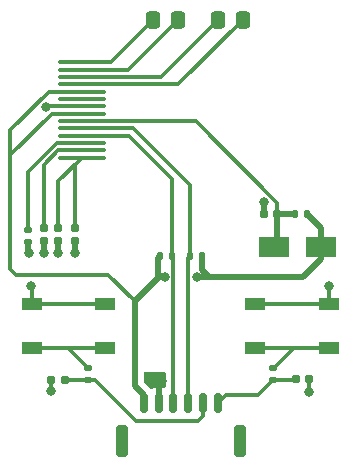
<source format=gbr>
%TF.GenerationSoftware,KiCad,Pcbnew,6.0.10-86aedd382b~118~ubuntu22.04.1*%
%TF.CreationDate,2023-02-07T20:01:53+01:00*%
%TF.ProjectId,ioBoard,696f426f-6172-4642-9e6b-696361645f70,rev?*%
%TF.SameCoordinates,Original*%
%TF.FileFunction,Copper,L1,Top*%
%TF.FilePolarity,Positive*%
%FSLAX46Y46*%
G04 Gerber Fmt 4.6, Leading zero omitted, Abs format (unit mm)*
G04 Created by KiCad (PCBNEW 6.0.10-86aedd382b~118~ubuntu22.04.1) date 2023-02-07 20:01:53*
%MOMM*%
%LPD*%
G01*
G04 APERTURE LIST*
G04 Aperture macros list*
%AMRoundRect*
0 Rectangle with rounded corners*
0 $1 Rounding radius*
0 $2 $3 $4 $5 $6 $7 $8 $9 X,Y pos of 4 corners*
0 Add a 4 corners polygon primitive as box body*
4,1,4,$2,$3,$4,$5,$6,$7,$8,$9,$2,$3,0*
0 Add four circle primitives for the rounded corners*
1,1,$1+$1,$2,$3*
1,1,$1+$1,$4,$5*
1,1,$1+$1,$6,$7*
1,1,$1+$1,$8,$9*
0 Add four rect primitives between the rounded corners*
20,1,$1+$1,$2,$3,$4,$5,0*
20,1,$1+$1,$4,$5,$6,$7,0*
20,1,$1+$1,$6,$7,$8,$9,0*
20,1,$1+$1,$8,$9,$2,$3,0*%
G04 Aperture macros list end*
%TA.AperFunction,SMDPad,CuDef*%
%ADD10RoundRect,0.150000X-0.150000X-0.700000X0.150000X-0.700000X0.150000X0.700000X-0.150000X0.700000X0*%
%TD*%
%TA.AperFunction,SMDPad,CuDef*%
%ADD11RoundRect,0.250000X-0.250000X-1.100000X0.250000X-1.100000X0.250000X1.100000X-0.250000X1.100000X0*%
%TD*%
%TA.AperFunction,SMDPad,CuDef*%
%ADD12RoundRect,0.155000X0.212500X0.155000X-0.212500X0.155000X-0.212500X-0.155000X0.212500X-0.155000X0*%
%TD*%
%TA.AperFunction,SMDPad,CuDef*%
%ADD13RoundRect,0.250000X-0.337500X-0.475000X0.337500X-0.475000X0.337500X0.475000X-0.337500X0.475000X0*%
%TD*%
%TA.AperFunction,SMDPad,CuDef*%
%ADD14RoundRect,0.135000X-0.185000X0.135000X-0.185000X-0.135000X0.185000X-0.135000X0.185000X0.135000X0*%
%TD*%
%TA.AperFunction,SMDPad,CuDef*%
%ADD15R,2.500000X1.800000*%
%TD*%
%TA.AperFunction,SMDPad,CuDef*%
%ADD16RoundRect,0.155000X-0.155000X0.212500X-0.155000X-0.212500X0.155000X-0.212500X0.155000X0.212500X0*%
%TD*%
%TA.AperFunction,SMDPad,CuDef*%
%ADD17RoundRect,0.135000X-0.135000X-0.185000X0.135000X-0.185000X0.135000X0.185000X-0.135000X0.185000X0*%
%TD*%
%TA.AperFunction,SMDPad,CuDef*%
%ADD18RoundRect,0.155000X-0.212500X-0.155000X0.212500X-0.155000X0.212500X0.155000X-0.212500X0.155000X0*%
%TD*%
%TA.AperFunction,SMDPad,CuDef*%
%ADD19R,1.800000X1.100000*%
%TD*%
%TA.AperFunction,SMDPad,CuDef*%
%ADD20RoundRect,0.087500X-1.912500X-0.087500X1.912500X-0.087500X1.912500X0.087500X-1.912500X0.087500X0*%
%TD*%
%TA.AperFunction,SMDPad,CuDef*%
%ADD21RoundRect,0.135000X0.135000X0.185000X-0.135000X0.185000X-0.135000X-0.185000X0.135000X-0.185000X0*%
%TD*%
%TA.AperFunction,ViaPad*%
%ADD22C,0.800000*%
%TD*%
%TA.AperFunction,Conductor*%
%ADD23C,0.300000*%
%TD*%
%TA.AperFunction,Conductor*%
%ADD24C,0.500000*%
%TD*%
G04 APERTURE END LIST*
D10*
%TO.P,J1,1,Pin_1*%
%TO.N,+3.3V*%
X94385600Y-116768000D03*
%TO.P,J1,2,Pin_2*%
%TO.N,GND*%
X95635600Y-116768000D03*
%TO.P,J1,3,Pin_3*%
%TO.N,/SDA*%
X96885600Y-116768000D03*
%TO.P,J1,4,Pin_4*%
%TO.N,/SCK*%
X98135600Y-116768000D03*
%TO.P,J1,5,Pin_5*%
%TO.N,/Btn_L*%
X99385600Y-116768000D03*
%TO.P,J1,6,Pin_6*%
%TO.N,/Btn_R*%
X100635600Y-116768000D03*
D11*
%TO.P,J1,MP*%
%TO.N,N/C*%
X92535600Y-119968000D03*
X102485600Y-119968000D03*
%TD*%
D12*
%TO.P,C8,1*%
%TO.N,GND*%
X108379335Y-114702000D03*
%TO.P,C8,2*%
%TO.N,/Btn_R*%
X107244335Y-114702000D03*
%TD*%
D13*
%TO.P,C1,1*%
%TO.N,Net-(C1-Pad1)*%
X95177700Y-84328000D03*
%TO.P,C1,2*%
%TO.N,Net-(C1-Pad2)*%
X97252700Y-84328000D03*
%TD*%
D14*
%TO.P,R5,1*%
%TO.N,Net-(R5-Pad1)*%
X89662000Y-113790000D03*
%TO.P,R5,2*%
%TO.N,/Btn_L*%
X89662000Y-114810000D03*
%TD*%
D15*
%TO.P,D1,1,K*%
%TO.N,+3.3V*%
X109410000Y-103530400D03*
%TO.P,D1,2,A*%
%TO.N,/RESET*%
X105410000Y-103530400D03*
%TD*%
D16*
%TO.P,C6,1*%
%TO.N,Net-(C5-Pad1)*%
X87122000Y-101932665D03*
%TO.P,C6,2*%
%TO.N,GND*%
X87122000Y-103067665D03*
%TD*%
D17*
%TO.P,R1,1*%
%TO.N,/SCK*%
X98296000Y-104292400D03*
%TO.P,R1,2*%
%TO.N,+3.3V*%
X99316000Y-104292400D03*
%TD*%
%TO.P,R3,1*%
%TO.N,/RESET*%
X107154000Y-100736400D03*
%TO.P,R3,2*%
%TO.N,+3.3V*%
X108174000Y-100736400D03*
%TD*%
D14*
%TO.P,R6,1*%
%TO.N,Net-(R6-Pad1)*%
X105282000Y-113790000D03*
%TO.P,R6,2*%
%TO.N,/Btn_R*%
X105282000Y-114810000D03*
%TD*%
D13*
%TO.P,C2,1*%
%TO.N,Net-(C2-Pad1)*%
X100664100Y-84328000D03*
%TO.P,C2,2*%
%TO.N,Net-(C2-Pad2)*%
X102739100Y-84328000D03*
%TD*%
D14*
%TO.P,R4,1*%
%TO.N,Net-(J2-Pad12)*%
X84582000Y-102106000D03*
%TO.P,R4,2*%
%TO.N,GND*%
X84582000Y-103126000D03*
%TD*%
D18*
%TO.P,C7,1*%
%TO.N,GND*%
X86554500Y-114808000D03*
%TO.P,C7,2*%
%TO.N,/Btn_L*%
X87689500Y-114808000D03*
%TD*%
D12*
%TO.P,C3,1*%
%TO.N,/RESET*%
X105691500Y-100736400D03*
%TO.P,C3,2*%
%TO.N,GND*%
X104556500Y-100736400D03*
%TD*%
D19*
%TO.P,SW1,1,1*%
%TO.N,GND*%
X84900000Y-108386000D03*
X91100000Y-108386000D03*
%TO.P,SW1,2,2*%
%TO.N,Net-(R5-Pad1)*%
X84900000Y-112086000D03*
X91100000Y-112086000D03*
%TD*%
D20*
%TO.P,J2,1,Pin_1*%
%TO.N,Net-(C1-Pad1)*%
X89132400Y-87913200D03*
%TO.P,J2,2,Pin_2*%
%TO.N,Net-(C1-Pad2)*%
X89132400Y-88533200D03*
%TO.P,J2,3,Pin_3*%
%TO.N,Net-(C2-Pad1)*%
X89132400Y-89153200D03*
%TO.P,J2,4,Pin_4*%
%TO.N,Net-(C2-Pad2)*%
X89132400Y-89773200D03*
%TO.P,J2,5,Pin_5*%
%TO.N,+3.3V*%
X89132400Y-90393200D03*
%TO.P,J2,6,Pin_6*%
%TO.N,unconnected-(J2-Pad6)*%
X89132400Y-91013200D03*
%TO.P,J2,7,Pin_7*%
%TO.N,GND*%
X89132400Y-91633200D03*
%TO.P,J2,8,Pin_8*%
%TO.N,+3.3V*%
X89132400Y-92253200D03*
%TO.P,J2,9,Pin_9*%
%TO.N,/RESET*%
X89132400Y-92873200D03*
%TO.P,J2,10,Pin_10*%
%TO.N,/SCK*%
X89132400Y-93493200D03*
%TO.P,J2,11,Pin_11*%
%TO.N,/SDA*%
X89132400Y-94113200D03*
%TO.P,J2,12,Pin_12*%
%TO.N,Net-(J2-Pad12)*%
X89132400Y-94733200D03*
%TO.P,J2,13,Pin_13*%
%TO.N,Net-(C4-Pad1)*%
X89132400Y-95353200D03*
%TO.P,J2,14,Pin_14*%
%TO.N,Net-(C5-Pad1)*%
X89132400Y-95973200D03*
%TD*%
D16*
%TO.P,C4,1*%
%TO.N,Net-(C4-Pad1)*%
X85894000Y-101932665D03*
%TO.P,C4,2*%
%TO.N,GND*%
X85894000Y-103067665D03*
%TD*%
D19*
%TO.P,SW2,1,1*%
%TO.N,GND*%
X103834000Y-108386000D03*
X110034000Y-108386000D03*
%TO.P,SW2,2,2*%
%TO.N,Net-(R6-Pad1)*%
X103834000Y-112086000D03*
X110034000Y-112086000D03*
%TD*%
D21*
%TO.P,R2,1*%
%TO.N,/SDA*%
X96776000Y-104292400D03*
%TO.P,R2,2*%
%TO.N,+3.3V*%
X95756000Y-104292400D03*
%TD*%
D16*
%TO.P,C5,1*%
%TO.N,Net-(C5-Pad1)*%
X88540000Y-101932665D03*
%TO.P,C5,2*%
%TO.N,GND*%
X88540000Y-103067665D03*
%TD*%
D22*
%TO.N,GND*%
X86512400Y-115773200D03*
X87113200Y-104024165D03*
X86106000Y-91694000D03*
X84836000Y-106883200D03*
X110083600Y-106883200D03*
X88535600Y-104024165D03*
X95910400Y-114858800D03*
X84624000Y-104024165D03*
X85894000Y-104024165D03*
X108356400Y-115824000D03*
X104546400Y-99720400D03*
X94996000Y-114858800D03*
%TO.N,+3.3V*%
X98907600Y-106070400D03*
X96136100Y-106070400D03*
%TD*%
D23*
%TO.N,Net-(C1-Pad1)*%
X89132400Y-87913200D02*
X91592500Y-87913200D01*
X91592500Y-87913200D02*
X95177700Y-84328000D01*
%TO.N,Net-(C1-Pad2)*%
X89132400Y-88533200D02*
X93047500Y-88533200D01*
X93047500Y-88533200D02*
X97252700Y-84328000D01*
%TO.N,Net-(C2-Pad1)*%
X89132400Y-89153200D02*
X95838900Y-89153200D01*
X95838900Y-89153200D02*
X100664100Y-84328000D01*
%TO.N,Net-(C2-Pad2)*%
X89132400Y-89773200D02*
X97293900Y-89773200D01*
X97293900Y-89773200D02*
X102739100Y-84328000D01*
D24*
%TO.N,/RESET*%
X105691500Y-100736400D02*
X107154000Y-100736400D01*
X105664000Y-100763900D02*
X105691500Y-100736400D01*
D23*
X89132400Y-92873200D02*
X98759861Y-92873200D01*
X105691500Y-99804839D02*
X105691500Y-100736400D01*
D24*
X105410000Y-103530400D02*
X105664000Y-103276400D01*
X105664000Y-103276400D02*
X105664000Y-100763900D01*
D23*
X98759861Y-92873200D02*
X105691500Y-99804839D01*
%TO.N,GND*%
X86554500Y-115731100D02*
X86512400Y-115773200D01*
X110034000Y-108386000D02*
X110034000Y-106932800D01*
D24*
X85894000Y-103067665D02*
X85894000Y-104024165D01*
D23*
X86554500Y-114808000D02*
X86554500Y-115731100D01*
D24*
X87122000Y-103067665D02*
X87122000Y-104015365D01*
D23*
X103834000Y-108386000D02*
X110034000Y-108386000D01*
X108379335Y-114702000D02*
X108379335Y-115801065D01*
D24*
X87122000Y-104015365D02*
X87113200Y-104024165D01*
D23*
X84900000Y-108386000D02*
X84900000Y-106947200D01*
D24*
X88540000Y-104019765D02*
X88535600Y-104024165D01*
X84582000Y-103126000D02*
X84582000Y-103982165D01*
D23*
X108379335Y-115801065D02*
X108356400Y-115824000D01*
X86166800Y-91633200D02*
X86106000Y-91694000D01*
D24*
X84582000Y-103982165D02*
X84624000Y-104024165D01*
D23*
X110034000Y-106932800D02*
X110083600Y-106883200D01*
D24*
X104556500Y-100736400D02*
X104556500Y-99730500D01*
D23*
X89132400Y-91633200D02*
X86166800Y-91633200D01*
D24*
X104556500Y-99730500D02*
X104546400Y-99720400D01*
D23*
X84900000Y-106947200D02*
X84836000Y-106883200D01*
D24*
X88540000Y-103067665D02*
X88540000Y-104019765D01*
D23*
X84900000Y-108386000D02*
X91100000Y-108386000D01*
%TO.N,Net-(C4-Pad1)*%
X85894000Y-101932665D02*
X85894000Y-96592882D01*
X87133682Y-95353200D02*
X89132400Y-95353200D01*
X85894000Y-96592882D02*
X87133682Y-95353200D01*
%TO.N,Net-(C5-Pad1)*%
X88869800Y-96235800D02*
X89132400Y-95973200D01*
X88540000Y-96565600D02*
X88869800Y-96235800D01*
X87122000Y-101932665D02*
X87122000Y-97983600D01*
X88540000Y-101932665D02*
X88540000Y-96565600D01*
X87122000Y-97983600D02*
X88869800Y-96235800D01*
%TO.N,/Btn_L*%
X98958400Y-118313200D02*
X93726000Y-118313200D01*
X87691500Y-114810000D02*
X87689500Y-114808000D01*
X99385600Y-117886000D02*
X98958400Y-118313200D01*
X93726000Y-118313200D02*
X90222800Y-114810000D01*
X99385600Y-116768000D02*
X99385600Y-117886000D01*
X89662000Y-114810000D02*
X87691500Y-114810000D01*
X90222800Y-114810000D02*
X89662000Y-114810000D01*
%TO.N,/Btn_R*%
X101325600Y-116078000D02*
X104014000Y-116078000D01*
X105282000Y-114810000D02*
X107136335Y-114810000D01*
X107136335Y-114810000D02*
X107244335Y-114702000D01*
X100635600Y-116768000D02*
X101325600Y-116078000D01*
X104014000Y-116078000D02*
X105282000Y-114810000D01*
D24*
%TO.N,+3.3V*%
X109410000Y-101972400D02*
X108174000Y-100736400D01*
D23*
X83058000Y-93681339D02*
X86346139Y-90393200D01*
D24*
X95605600Y-105867200D02*
X95605600Y-104442800D01*
D23*
X89132400Y-92253200D02*
X86607461Y-92253200D01*
X83566000Y-105918000D02*
X91389200Y-105918000D01*
D24*
X96136100Y-106070400D02*
X95808800Y-106070400D01*
X107899200Y-106070400D02*
X99923600Y-106070400D01*
X95808800Y-106070400D02*
X95605600Y-105867200D01*
X93624400Y-115316000D02*
X93624400Y-108153200D01*
D23*
X86607461Y-92253200D02*
X83058000Y-95802661D01*
D24*
X95605600Y-106172000D02*
X95605600Y-105867200D01*
X94385600Y-116077200D02*
X93624400Y-115316000D01*
X109410000Y-103530400D02*
X109410000Y-104559600D01*
X94385600Y-116768000D02*
X94385600Y-116077200D01*
D23*
X91389200Y-105918000D02*
X93624400Y-108153200D01*
D24*
X95605600Y-104442800D02*
X95756000Y-104292400D01*
D23*
X83058000Y-105410000D02*
X83566000Y-105918000D01*
X83058000Y-95802661D02*
X83058000Y-105410000D01*
D24*
X99923600Y-106070400D02*
X99316000Y-105462800D01*
X109410000Y-103530400D02*
X109410000Y-101972400D01*
X99923600Y-106070400D02*
X98907600Y-106070400D01*
X93624400Y-108153200D02*
X95605600Y-106172000D01*
X109410000Y-104559600D02*
X107899200Y-106070400D01*
D23*
X83058000Y-95802661D02*
X83058000Y-93681339D01*
D24*
X99316000Y-105462800D02*
X99316000Y-104292400D01*
D23*
X86346139Y-90393200D02*
X89132400Y-90393200D01*
%TO.N,/SDA*%
X96776000Y-97792000D02*
X93097200Y-94113200D01*
X96776000Y-104292400D02*
X96776000Y-97792000D01*
X93097200Y-94113200D02*
X89132400Y-94113200D01*
X96885600Y-104402000D02*
X96776000Y-104292400D01*
X96885600Y-116768000D02*
X96885600Y-104402000D01*
%TO.N,/SCK*%
X98296000Y-104292400D02*
X98296000Y-98296000D01*
X98135600Y-104452800D02*
X98296000Y-104292400D01*
X98135600Y-116768000D02*
X98135600Y-104452800D01*
X93472000Y-93472000D02*
X89153600Y-93472000D01*
X98296000Y-98296000D02*
X93472000Y-93472000D01*
X89153600Y-93472000D02*
X89132400Y-93493200D01*
%TO.N,Net-(J2-Pad12)*%
X84582000Y-102106000D02*
X84582000Y-97197776D01*
X84582000Y-97197776D02*
X87046576Y-94733200D01*
X87046576Y-94733200D02*
X89132400Y-94733200D01*
%TO.N,Net-(R5-Pad1)*%
X89662000Y-113790000D02*
X89660000Y-113790000D01*
X88320000Y-112086000D02*
X91100000Y-112086000D01*
X88320000Y-112086000D02*
X84900000Y-112086000D01*
X89660000Y-113790000D02*
X87956000Y-112086000D01*
X87956000Y-112086000D02*
X88320000Y-112086000D01*
%TO.N,Net-(R6-Pad1)*%
X107116000Y-112086000D02*
X103834000Y-112086000D01*
X107116000Y-112086000D02*
X110034000Y-112086000D01*
X105412000Y-113790000D02*
X107116000Y-112086000D01*
X105282000Y-113790000D02*
X105412000Y-113790000D01*
%TD*%
%TA.AperFunction,Conductor*%
%TO.N,GND*%
G36*
X96169221Y-114116802D02*
G01*
X96215714Y-114170458D01*
X96227100Y-114222800D01*
X96227100Y-115345654D01*
X96207098Y-115413775D01*
X96153442Y-115460268D01*
X96083168Y-115470372D01*
X96051060Y-115461292D01*
X96041387Y-115457106D01*
X95906995Y-115418061D01*
X95892894Y-115418101D01*
X95889600Y-115425370D01*
X95889600Y-116896000D01*
X95869598Y-116964121D01*
X95815942Y-117010614D01*
X95763600Y-117022000D01*
X95507600Y-117022000D01*
X95439479Y-117001998D01*
X95392986Y-116948342D01*
X95381600Y-116896000D01*
X95381600Y-115431122D01*
X95377627Y-115417591D01*
X95369729Y-115416456D01*
X95229810Y-115457107D01*
X95215379Y-115463352D01*
X95079102Y-115543945D01*
X95078027Y-115542126D01*
X95022146Y-115564064D01*
X94952524Y-115550161D01*
X94942720Y-115543860D01*
X94942407Y-115543547D01*
X94912592Y-115525914D01*
X94887639Y-115506558D01*
X94424945Y-115043864D01*
X94390919Y-114981552D01*
X94388040Y-114955010D01*
X94386641Y-114223041D01*
X94406513Y-114154882D01*
X94460080Y-114108287D01*
X94512641Y-114096800D01*
X96101100Y-114096800D01*
X96169221Y-114116802D01*
G37*
%TD.AperFunction*%
%TD*%
M02*

</source>
